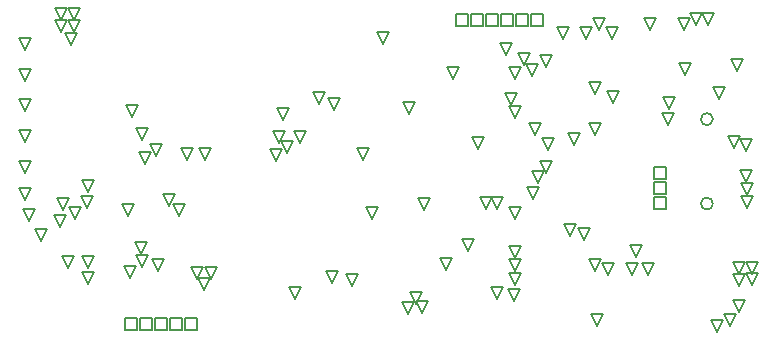
<source format=gbr>
%TF.GenerationSoftware,Altium Limited,Altium Designer,20.2.6 (244)*%
G04 Layer_Color=2752767*
%FSLAX45Y45*%
%MOMM*%
%TF.SameCoordinates,BE144905-350C-4E41-9AB6-63F68E724E9C*%
%TF.FilePolarity,Positive*%
%TF.FileFunction,Drawing*%
%TF.Part,Single*%
G01*
G75*
%TA.AperFunction,NonConductor*%
%ADD86C,0.12700*%
%ADD87C,0.16933*%
D86*
X3805200Y2709200D02*
Y2810800D01*
X3906800D01*
Y2709200D01*
X3805200D01*
X3932200D02*
Y2810800D01*
X4033800D01*
Y2709200D01*
X3932200D01*
X4059200D02*
Y2810800D01*
X4160800D01*
Y2709200D01*
X4059200D01*
X4186200D02*
Y2810800D01*
X4287800D01*
Y2709200D01*
X4186200D01*
X4313200D02*
Y2810800D01*
X4414800D01*
Y2709200D01*
X4313200D01*
X4440200D02*
Y2810800D01*
X4541800D01*
Y2709200D01*
X4440200D01*
X1005200Y139200D02*
Y240800D01*
X1106800D01*
Y139200D01*
X1005200D01*
X1132200D02*
Y240800D01*
X1233800D01*
Y139200D01*
X1132200D01*
X1259200D02*
Y240800D01*
X1360800D01*
Y139200D01*
X1259200D01*
X1386200D02*
Y240800D01*
X1487800D01*
Y139200D01*
X1386200D01*
X1513200D02*
Y240800D01*
X1614800D01*
Y139200D01*
X1513200D01*
X5479200Y1162200D02*
Y1263800D01*
X5580800D01*
Y1162200D01*
X5479200D01*
Y1289200D02*
Y1390800D01*
X5580800D01*
Y1289200D01*
X5479200D01*
Y1416200D02*
Y1517800D01*
X5580800D01*
Y1416200D01*
X5479200D01*
X3470000Y359200D02*
X3419200Y460800D01*
X3520800D01*
X3470000Y359200D01*
X3520000Y279200D02*
X3469200Y380800D01*
X3570800D01*
X3520000Y279200D01*
X4300000Y379200D02*
X4249200Y480800D01*
X4350800D01*
X4300000Y379200D01*
X4150000Y399200D02*
X4099200Y500800D01*
X4200800D01*
X4150000Y399200D01*
X4380000Y2379200D02*
X4329200Y2480800D01*
X4430800D01*
X4380000Y2379200D01*
X4310000Y2259200D02*
X4259200Y2360800D01*
X4360800D01*
X4310000Y2259200D01*
X4230000Y2469200D02*
X4179200Y2570800D01*
X4280800D01*
X4230000Y2469200D01*
X4570000Y1469200D02*
X4519200Y1570800D01*
X4620800D01*
X4570000Y1469200D01*
X4500000Y1381750D02*
X4449200Y1483350D01*
X4550800D01*
X4500000Y1381750D01*
X3400000Y269200D02*
X3349200Y370800D01*
X3450800D01*
X3400000Y269200D01*
X4770000Y929200D02*
X4719200Y1030800D01*
X4820800D01*
X4770000Y929200D01*
X4890000Y899200D02*
X4839200Y1000800D01*
X4940800D01*
X4890000Y899200D01*
X3910000Y809200D02*
X3859200Y910800D01*
X3960800D01*
X3910000Y809200D01*
X2930000Y509200D02*
X2879200Y610800D01*
X2980800D01*
X2930000Y509200D01*
X2760000Y539200D02*
X2709200Y640800D01*
X2810800D01*
X2760000Y539200D01*
X1150000Y1749200D02*
X1099200Y1850800D01*
X1200800D01*
X1150000Y1749200D01*
X1270000Y1609200D02*
X1219200Y1710800D01*
X1320800D01*
X1270000Y1609200D01*
X1060000Y1939200D02*
X1009200Y2040800D01*
X1110800D01*
X1060000Y1939200D01*
X1050000Y579200D02*
X999200Y680800D01*
X1100800D01*
X1050000Y579200D01*
X1150000Y669200D02*
X1099200Y770800D01*
X1200800D01*
X1150000Y669200D01*
X1730000Y569200D02*
X1679200Y670800D01*
X1780800D01*
X1730000Y569200D01*
X1610000D02*
X1559200Y670800D01*
X1660800D01*
X1610000Y569200D01*
X1670000Y479200D02*
X1619200Y580800D01*
X1720800D01*
X1670000Y479200D01*
X1280000Y639200D02*
X1229200Y740800D01*
X1330800D01*
X1280000Y639200D01*
X1460000Y1099200D02*
X1409200Y1200800D01*
X1510800D01*
X1460000Y1099200D01*
X4910000Y2599200D02*
X4859200Y2700800D01*
X4960800D01*
X4910000Y2599200D01*
X4710000D02*
X4659200Y2700800D01*
X4760800D01*
X4710000Y2599200D01*
X570000Y2659200D02*
X519200Y2760800D01*
X620800D01*
X570000Y2659200D01*
X460000D02*
X409200Y2760800D01*
X510800D01*
X460000Y2659200D01*
X570000Y2759200D02*
X519200Y2860800D01*
X620800D01*
X570000Y2759200D01*
X460000D02*
X409200Y2860800D01*
X510800D01*
X460000Y2759200D01*
X550000Y2549200D02*
X499200Y2650800D01*
X600800D01*
X550000Y2549200D01*
X6310000Y607631D02*
X6259200Y709231D01*
X6360800D01*
X6310000Y607631D01*
X6200000D02*
X6149200Y709231D01*
X6250800D01*
X6200000Y607631D01*
X6310000Y519200D02*
X6259200Y620800D01*
X6360800D01*
X6310000Y519200D01*
X6205684Y511899D02*
X6154884Y613499D01*
X6256484D01*
X6205684Y511899D01*
X3190000Y2559200D02*
X3139200Y2660800D01*
X3240800D01*
X3190000Y2559200D01*
X4570000Y2361700D02*
X4519200Y2463300D01*
X4620800D01*
X4570000Y2361700D01*
X1530000Y1579200D02*
X1479200Y1680800D01*
X1580800D01*
X1530000Y1579200D01*
X1680000D02*
X1629200Y1680800D01*
X1730800D01*
X1680000Y1579200D01*
X2340000Y1919200D02*
X2289200Y2020800D01*
X2390800D01*
X2340000Y1919200D01*
X4450000Y2289200D02*
X4399200Y2390800D01*
X4500800D01*
X4450000Y2289200D01*
X4310000Y1929200D02*
X4259200Y2030800D01*
X4360800D01*
X4310000Y1929200D01*
X4270000Y2039200D02*
X4219200Y2140800D01*
X4320800D01*
X4270000Y2039200D01*
X4310000Y519200D02*
X4259200Y620800D01*
X4360800D01*
X4310000Y519200D01*
Y639200D02*
X4259200Y740800D01*
X4360800D01*
X4310000Y639200D01*
Y749200D02*
X4259200Y850800D01*
X4360800D01*
X4310000Y749200D01*
X4980000Y639200D02*
X4929200Y740800D01*
X5030800D01*
X4980000Y639200D01*
X5090000Y599200D02*
X5039200Y700800D01*
X5140800D01*
X5090000Y599200D01*
X5300000D02*
X5249200Y700800D01*
X5350800D01*
X5300000Y599200D01*
X5430000D02*
X5379200Y700800D01*
X5480800D01*
X5430000Y599200D01*
X6200000Y289200D02*
X6149200Y390800D01*
X6250800D01*
X6200000Y289200D01*
X6130000Y169200D02*
X6079200Y270800D01*
X6180800D01*
X6130000Y169200D01*
X6020000Y119200D02*
X5969200Y220800D01*
X6070800D01*
X6020000Y119200D01*
X6260000Y1649200D02*
X6209200Y1750800D01*
X6310800D01*
X6260000Y1649200D01*
Y1389200D02*
X6209200Y1490800D01*
X6310800D01*
X6260000Y1389200D01*
X6160000Y1679200D02*
X6109200Y1780800D01*
X6210800D01*
X6160000Y1679200D01*
X3410000Y1969200D02*
X3359200Y2070800D01*
X3460800D01*
X3410000Y1969200D01*
X3990000Y1669200D02*
X3939200Y1770800D01*
X4040800D01*
X3990000Y1669200D01*
X160000Y2509200D02*
X109200Y2610800D01*
X210800D01*
X160000Y2509200D01*
Y2249200D02*
X109200Y2350800D01*
X210800D01*
X160000Y2249200D01*
Y1989200D02*
X109200Y2090800D01*
X210800D01*
X160000Y1989200D01*
Y1729200D02*
X109200Y1830800D01*
X210800D01*
X160000Y1729200D01*
Y1469200D02*
X109200Y1570800D01*
X210800D01*
X160000Y1469200D01*
Y1239200D02*
X109200Y1340800D01*
X210800D01*
X160000Y1239200D01*
X190000Y1059200D02*
X139200Y1160800D01*
X240800D01*
X190000Y1059200D01*
X450000Y1009200D02*
X399200Y1110800D01*
X500800D01*
X450000Y1009200D01*
X580000Y1079200D02*
X529200Y1180800D01*
X630800D01*
X580000Y1079200D01*
X680000Y1169200D02*
X629200Y1270800D01*
X730800D01*
X680000Y1169200D01*
X690000Y1309200D02*
X639200Y1410800D01*
X740800D01*
X690000Y1309200D01*
X520000Y659200D02*
X469200Y760800D01*
X570800D01*
X520000Y659200D01*
X2380000Y1639200D02*
X2329200Y1740800D01*
X2430800D01*
X2380000Y1639200D01*
X2280000Y1569200D02*
X2229200Y1670800D01*
X2330800D01*
X2280000Y1569200D01*
X2310000Y1719200D02*
X2259200Y1820800D01*
X2360800D01*
X2310000Y1719200D01*
X6270000Y1169200D02*
X6219200Y1270800D01*
X6320800D01*
X6270000Y1169200D01*
Y1279200D02*
X6219200Y1380800D01*
X6320800D01*
X6270000Y1279200D01*
X6190000Y2329200D02*
X6139200Y2430800D01*
X6240800D01*
X6190000Y2329200D01*
X4980000Y1789200D02*
X4929200Y1890800D01*
X5030800D01*
X4980000Y1789200D01*
X4810000Y1699200D02*
X4759200Y1800800D01*
X4860800D01*
X4810000Y1699200D01*
X4590000Y1659200D02*
X4539200Y1760800D01*
X4640800D01*
X4590000Y1659200D01*
X4480000Y1789200D02*
X4429200Y1890800D01*
X4530800D01*
X4480000Y1789200D01*
X3780000Y2259200D02*
X3729200Y2360800D01*
X3830800D01*
X3780000Y2259200D01*
X3020000Y1579200D02*
X2969200Y1680800D01*
X3070800D01*
X3020000Y1579200D01*
X3540000Y1149200D02*
X3489200Y1250800D01*
X3590800D01*
X3540000Y1149200D01*
X3100000Y1079200D02*
X3049200Y1180800D01*
X3150800D01*
X3100000Y1079200D01*
X4060000Y1159200D02*
X4009200Y1260800D01*
X4110800D01*
X4060000Y1159200D01*
X4150000D02*
X4099200Y1260800D01*
X4200800D01*
X4150000Y1159200D01*
X690000Y529200D02*
X639200Y630800D01*
X740800D01*
X690000Y529200D01*
Y659200D02*
X639200Y760800D01*
X740800D01*
X690000Y659200D01*
X1030000Y1099200D02*
X979200Y1200800D01*
X1080800D01*
X1030000Y1099200D01*
X290000Y889200D02*
X239200Y990800D01*
X340800D01*
X290000Y889200D01*
X480000Y1149200D02*
X429200Y1250800D01*
X530800D01*
X480000Y1149200D01*
X1140000Y779200D02*
X1089200Y880800D01*
X1190800D01*
X1140000Y779200D01*
X1380000Y1189200D02*
X1329200Y1290800D01*
X1430800D01*
X1380000Y1189200D01*
X1170000Y1539200D02*
X1119200Y1640800D01*
X1220800D01*
X1170000Y1539200D01*
X2440000Y399200D02*
X2389200Y500800D01*
X2490800D01*
X2440000Y399200D01*
X3720000Y649200D02*
X3669200Y750800D01*
X3770800D01*
X3720000Y649200D01*
X5000000Y169200D02*
X4949200Y270800D01*
X5050800D01*
X5000000Y169200D01*
X5330000Y759200D02*
X5279200Y860800D01*
X5380800D01*
X5330000Y759200D01*
X2650000Y2049200D02*
X2599200Y2150800D01*
X2700800D01*
X2650000Y2049200D01*
X5140000Y2059200D02*
X5089200Y2160800D01*
X5190800D01*
X5140000Y2059200D01*
X6030000Y2089200D02*
X5979200Y2190800D01*
X6080800D01*
X6030000Y2089200D01*
X4460000Y1249200D02*
X4409200Y1350800D01*
X4510800D01*
X4460000Y1249200D01*
X4310000Y1079200D02*
X4259200Y1180800D01*
X4360800D01*
X4310000Y1079200D01*
X5130000Y2599200D02*
X5079200Y2700800D01*
X5180800D01*
X5130000Y2599200D01*
X5740000Y2679200D02*
X5689200Y2780800D01*
X5790800D01*
X5740000Y2679200D01*
X5600000Y1869200D02*
X5549200Y1970800D01*
X5650800D01*
X5600000Y1869200D01*
X5610000Y2009200D02*
X5559200Y2110800D01*
X5660800D01*
X5610000Y2009200D01*
X2770000Y1999200D02*
X2719200Y2100800D01*
X2820800D01*
X2770000Y1999200D01*
X2490000Y1719200D02*
X2439200Y1820800D01*
X2540800D01*
X2490000Y1719200D01*
X5020000Y2679200D02*
X4969200Y2780800D01*
X5070800D01*
X5020000Y2679200D01*
X5450000D02*
X5399200Y2780800D01*
X5500800D01*
X5450000Y2679200D01*
X5840000Y2719200D02*
X5789200Y2820800D01*
X5890800D01*
X5840000Y2719200D01*
X4980000Y2139200D02*
X4929200Y2240800D01*
X5030800D01*
X4980000Y2139200D01*
X5940000Y2719200D02*
X5889200Y2820800D01*
X5990800D01*
X5940000Y2719200D01*
X5750000Y2299200D02*
X5699200Y2400800D01*
X5800800D01*
X5750000Y2299200D01*
D87*
X5981800Y1207500D02*
G03*
X5981800Y1207500I-50800J0D01*
G01*
Y1922500D02*
G03*
X5981800Y1922500I-50800J0D01*
G01*
%TF.MD5,4da45dd1e67a4bf3606de2daa2c8e285*%
M02*

</source>
